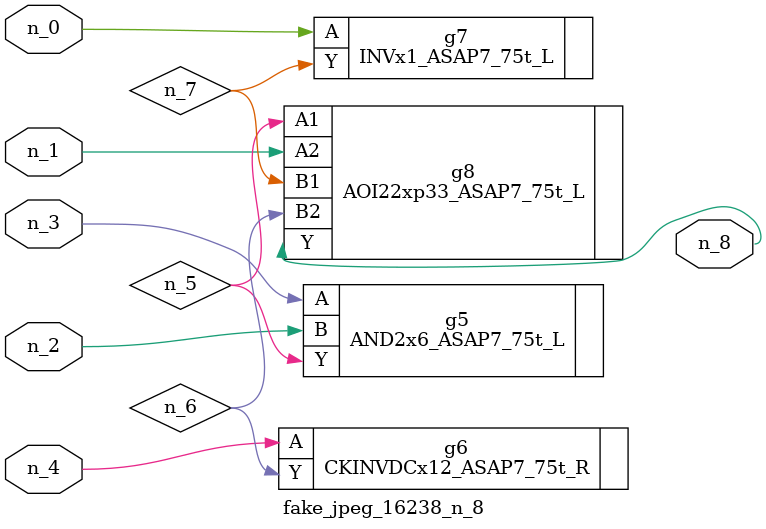
<source format=v>
module fake_jpeg_16238_n_8 (n_3, n_2, n_1, n_0, n_4, n_8);

input n_3;
input n_2;
input n_1;
input n_0;
input n_4;

output n_8;

wire n_6;
wire n_5;
wire n_7;

AND2x6_ASAP7_75t_L g5 ( 
.A(n_3),
.B(n_2),
.Y(n_5)
);

CKINVDCx12_ASAP7_75t_R g6 ( 
.A(n_4),
.Y(n_6)
);

INVx1_ASAP7_75t_L g7 ( 
.A(n_0),
.Y(n_7)
);

AOI22xp33_ASAP7_75t_L g8 ( 
.A1(n_5),
.A2(n_1),
.B1(n_7),
.B2(n_6),
.Y(n_8)
);


endmodule
</source>
